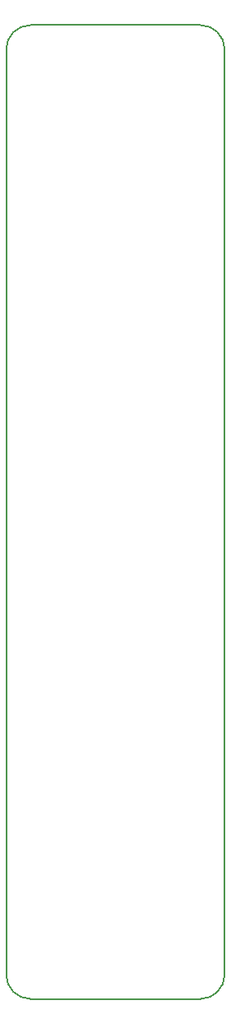
<source format=gm1>
G04 #@! TF.GenerationSoftware,KiCad,Pcbnew,(5.0.2)-1*
G04 #@! TF.CreationDate,2019-10-12T15:34:41+09:00*
G04 #@! TF.ProjectId,relay,72656c61-792e-46b6-9963-61645f706362,rev?*
G04 #@! TF.SameCoordinates,Original*
G04 #@! TF.FileFunction,Profile,NP*
%FSLAX46Y46*%
G04 Gerber Fmt 4.6, Leading zero omitted, Abs format (unit mm)*
G04 Created by KiCad (PCBNEW (5.0.2)-1) date 2019/10/12 15:34:41*
%MOMM*%
%LPD*%
G01*
G04 APERTURE LIST*
%ADD10C,0.150000*%
G04 APERTURE END LIST*
D10*
X160000000Y-145000000D02*
X157500000Y-145000000D01*
X160000000Y-45000000D02*
X157500000Y-45000000D01*
X162500000Y-142500000D02*
G75*
G02X160000000Y-145000000I-2500000J0D01*
G01*
X142500000Y-145000000D02*
G75*
G02X140000000Y-142500000I0J2500000D01*
G01*
X140000000Y-47500000D02*
G75*
G02X142500000Y-45000000I2500000J0D01*
G01*
X160000000Y-45000000D02*
G75*
G02X162500000Y-47500000I0J-2500000D01*
G01*
X157500000Y-145000000D02*
X142500000Y-145000000D01*
X162500000Y-47500000D02*
X162500000Y-142500000D01*
X142500000Y-45000000D02*
X157500000Y-45000000D01*
X140000000Y-47500000D02*
X140000000Y-142500000D01*
M02*

</source>
